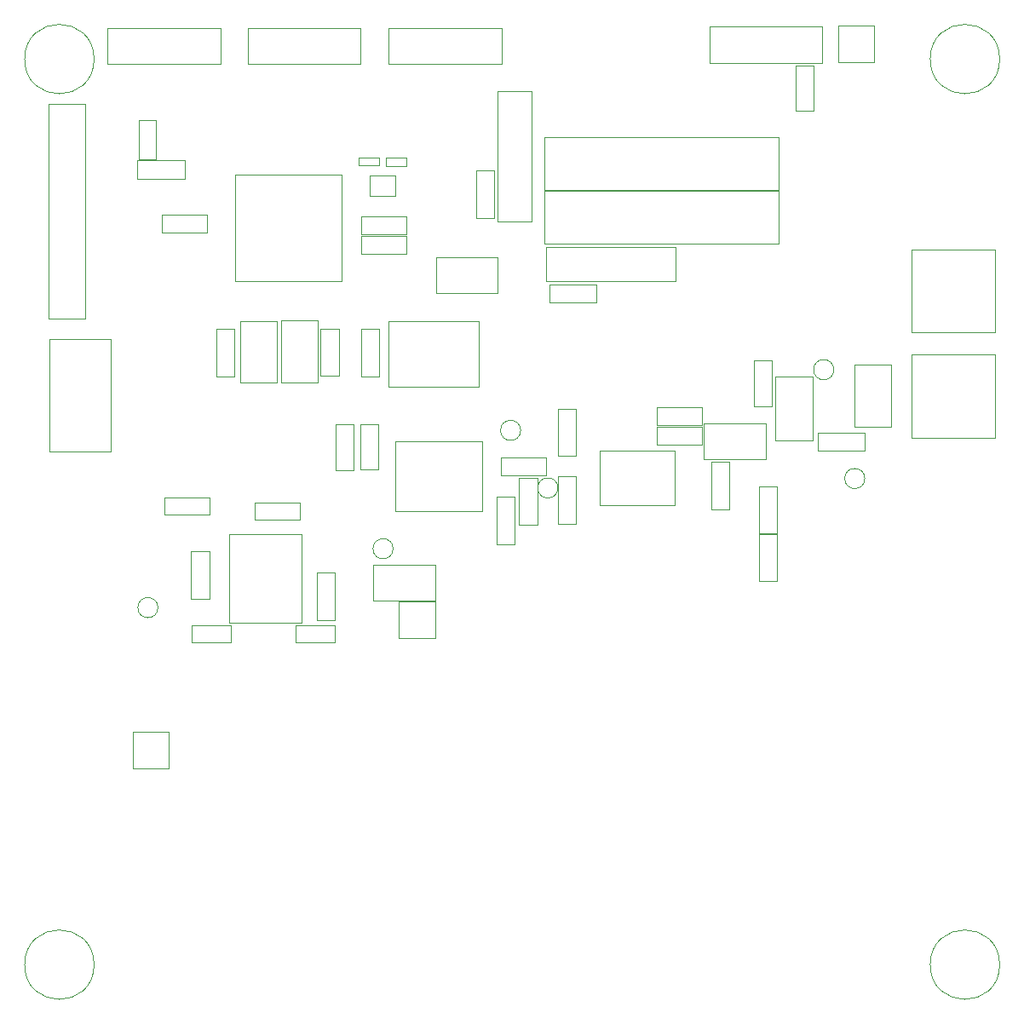
<source format=gbr>
G04 #@! TF.FileFunction,Other,User*
%FSLAX46Y46*%
G04 Gerber Fmt 4.6, Leading zero omitted, Abs format (unit mm)*
G04 Created by KiCad (PCBNEW 4.0.2-stable) date 05/10/2017 12:24:37*
%MOMM*%
G01*
G04 APERTURE LIST*
%ADD10C,0.100000*%
%ADD11C,0.050000*%
G04 APERTURE END LIST*
D10*
D11*
X133555520Y-95103360D02*
X133555520Y-88203360D01*
X124955520Y-95103360D02*
X124955520Y-88203360D01*
X133555520Y-95103360D02*
X124955520Y-95103360D01*
X133555520Y-88203360D02*
X124955520Y-88203360D01*
X135412920Y-89798000D02*
X139912920Y-89798000D01*
X135412920Y-89798000D02*
X135412920Y-91548000D01*
X139912920Y-91548000D02*
X139912920Y-89798000D01*
X139912920Y-91548000D02*
X135412920Y-91548000D01*
X155442480Y-86574520D02*
X150942480Y-86574520D01*
X155442480Y-86574520D02*
X155442480Y-84824520D01*
X150942480Y-84824520D02*
X150942480Y-86574520D01*
X150942480Y-84824520D02*
X155442480Y-84824520D01*
X155442480Y-88499840D02*
X150942480Y-88499840D01*
X155442480Y-88499840D02*
X155442480Y-86749840D01*
X150942480Y-86749840D02*
X150942480Y-88499840D01*
X150942480Y-86749840D02*
X155442480Y-86749840D01*
X162354150Y-80189510D02*
X162354150Y-84689510D01*
X162354150Y-80189510D02*
X160604150Y-80189510D01*
X160604150Y-84689510D02*
X162354150Y-84689510D01*
X160604150Y-84689510D02*
X160604150Y-80189510D01*
X126049600Y-69587000D02*
X121549600Y-69587000D01*
X126049600Y-69587000D02*
X126049600Y-67837000D01*
X121549600Y-67837000D02*
X121549600Y-69587000D01*
X121549600Y-67837000D02*
X126049600Y-67837000D01*
X121549600Y-65861040D02*
X126049600Y-65861040D01*
X121549600Y-65861040D02*
X121549600Y-67611040D01*
X126049600Y-67611040D02*
X126049600Y-65861040D01*
X126049600Y-67611040D02*
X121549600Y-67611040D01*
X106263000Y-67466100D02*
X101763000Y-67466100D01*
X106263000Y-67466100D02*
X106263000Y-65716100D01*
X101763000Y-65716100D02*
X101763000Y-67466100D01*
X101763000Y-65716100D02*
X106263000Y-65716100D01*
X102032240Y-93750240D02*
X106532240Y-93750240D01*
X102032240Y-93750240D02*
X102032240Y-95500240D01*
X106532240Y-95500240D02*
X106532240Y-93750240D01*
X106532240Y-95500240D02*
X102032240Y-95500240D01*
X115488280Y-96013160D02*
X110988280Y-96013160D01*
X115488280Y-96013160D02*
X115488280Y-94263160D01*
X110988280Y-94263160D02*
X110988280Y-96013160D01*
X110988280Y-94263160D02*
X115488280Y-94263160D01*
X123257200Y-86533160D02*
X123257200Y-91033160D01*
X123257200Y-86533160D02*
X121507200Y-86533160D01*
X121507200Y-91033160D02*
X123257200Y-91033160D01*
X121507200Y-91033160D02*
X121507200Y-86533160D01*
X104699520Y-108170080D02*
X104699520Y-106470080D01*
X104699520Y-106470080D02*
X108599520Y-106470080D01*
X108599520Y-106470080D02*
X108599520Y-108170080D01*
X108599520Y-108170080D02*
X104699520Y-108170080D01*
X118911920Y-106459920D02*
X118911920Y-108159920D01*
X118911920Y-108159920D02*
X115011920Y-108159920D01*
X115011920Y-108159920D02*
X115011920Y-106459920D01*
X115011920Y-106459920D02*
X118911920Y-106459920D01*
X113140900Y-82381500D02*
X113140900Y-76231500D01*
X113140900Y-76231500D02*
X109540900Y-76231500D01*
X109540900Y-76231500D02*
X109540900Y-82381500D01*
X109540900Y-82381500D02*
X113140900Y-82381500D01*
X117217600Y-82356100D02*
X117217600Y-76206100D01*
X117217600Y-76206100D02*
X113617600Y-76206100D01*
X113617600Y-76206100D02*
X113617600Y-82356100D01*
X113617600Y-82356100D02*
X117217600Y-82356100D01*
X155629200Y-90009120D02*
X161779200Y-90009120D01*
X161779200Y-90009120D02*
X161779200Y-86409120D01*
X161779200Y-86409120D02*
X155629200Y-86409120D01*
X155629200Y-86409120D02*
X155629200Y-90009120D01*
X174194880Y-86757920D02*
X174194880Y-80607920D01*
X174194880Y-80607920D02*
X170594880Y-80607920D01*
X170594880Y-80607920D02*
X170594880Y-86757920D01*
X170594880Y-86757920D02*
X174194880Y-86757920D01*
X135132220Y-69888960D02*
X128982220Y-69888960D01*
X128982220Y-69888960D02*
X128982220Y-73488960D01*
X128982220Y-73488960D02*
X135132220Y-73488960D01*
X135132220Y-73488960D02*
X135132220Y-69888960D01*
X90516300Y-54638800D02*
X90516300Y-75988800D01*
X90516300Y-75988800D02*
X94116300Y-75988800D01*
X94116300Y-75988800D02*
X94116300Y-54638800D01*
X94116300Y-54638800D02*
X90516300Y-54638800D01*
X121472100Y-47120400D02*
X110272100Y-47120400D01*
X110272100Y-47120400D02*
X110272100Y-50720400D01*
X110272100Y-50720400D02*
X121472100Y-50720400D01*
X121472100Y-50720400D02*
X121472100Y-47120400D01*
X107141440Y-81740240D02*
X107141440Y-77040240D01*
X107141440Y-81740240D02*
X108941440Y-81740240D01*
X108941440Y-77040240D02*
X107141440Y-77040240D01*
X108941440Y-77040240D02*
X108941440Y-81740240D01*
X162896120Y-92666320D02*
X162896120Y-97366320D01*
X162896120Y-92666320D02*
X161096120Y-92666320D01*
X161096120Y-97366320D02*
X162896120Y-97366320D01*
X161096120Y-97366320D02*
X161096120Y-92666320D01*
X162898660Y-97388180D02*
X162898660Y-102088180D01*
X162898660Y-97388180D02*
X161098660Y-97388180D01*
X161098660Y-102088180D02*
X162898660Y-102088180D01*
X161098660Y-102088180D02*
X161098660Y-97388180D01*
X117530040Y-81719920D02*
X117530040Y-77019920D01*
X117530040Y-81719920D02*
X119330040Y-81719920D01*
X119330040Y-77019920D02*
X117530040Y-77019920D01*
X119330040Y-77019920D02*
X119330040Y-81719920D01*
X141136800Y-96411280D02*
X141136800Y-91711280D01*
X141136800Y-96411280D02*
X142936800Y-96411280D01*
X142936800Y-91711280D02*
X141136800Y-91711280D01*
X142936800Y-91711280D02*
X142936800Y-96411280D01*
X141136800Y-89665040D02*
X141136800Y-84965040D01*
X141136800Y-89665040D02*
X142936800Y-89665040D01*
X142936800Y-84965040D02*
X141136800Y-84965040D01*
X142936800Y-84965040D02*
X142936800Y-89665040D01*
X158161560Y-90233000D02*
X158161560Y-94933000D01*
X158161560Y-90233000D02*
X156361560Y-90233000D01*
X156361560Y-94933000D02*
X158161560Y-94933000D01*
X156361560Y-94933000D02*
X156361560Y-90233000D01*
X137265840Y-96533200D02*
X137265840Y-91833200D01*
X137265840Y-96533200D02*
X139065840Y-96533200D01*
X139065840Y-91833200D02*
X137265840Y-91833200D01*
X139065840Y-91833200D02*
X139065840Y-96533200D01*
X136800160Y-93743280D02*
X136800160Y-98443280D01*
X136800160Y-93743280D02*
X135000160Y-93743280D01*
X135000160Y-98443280D02*
X136800160Y-98443280D01*
X135000160Y-98443280D02*
X135000160Y-93743280D01*
X171615600Y-89170080D02*
X166915600Y-89170080D01*
X171615600Y-89170080D02*
X171615600Y-87370080D01*
X166915600Y-87370080D02*
X166915600Y-89170080D01*
X166915600Y-87370080D02*
X171615600Y-87370080D01*
X121561020Y-81727540D02*
X121561020Y-77027540D01*
X121561020Y-81727540D02*
X123361020Y-81727540D01*
X123361020Y-77027540D02*
X121561020Y-77027540D01*
X123361020Y-77027540D02*
X123361020Y-81727540D01*
X106452240Y-99148400D02*
X106452240Y-103848400D01*
X106452240Y-99148400D02*
X104652240Y-99148400D01*
X104652240Y-103848400D02*
X106452240Y-103848400D01*
X104652240Y-103848400D02*
X104652240Y-99148400D01*
X118959200Y-101261680D02*
X118959200Y-105961680D01*
X118959200Y-101261680D02*
X117159200Y-101261680D01*
X117159200Y-105961680D02*
X118959200Y-105961680D01*
X117159200Y-105961680D02*
X117159200Y-101261680D01*
X124260220Y-76295180D02*
X133260220Y-76295180D01*
X133260220Y-76295180D02*
X133260220Y-82795180D01*
X133260220Y-82795180D02*
X124260220Y-82795180D01*
X124260220Y-82795180D02*
X124260220Y-76295180D01*
X145256240Y-89166720D02*
X145256240Y-94566720D01*
X152716240Y-89166720D02*
X152716240Y-94566720D01*
X145256240Y-89166720D02*
X152716240Y-89166720D01*
X145256240Y-94566720D02*
X152716240Y-94566720D01*
X166402630Y-81723630D02*
X162702630Y-81723630D01*
X166402630Y-88123630D02*
X162702630Y-88123630D01*
X166402630Y-81723630D02*
X166402630Y-88123630D01*
X162702630Y-81723630D02*
X162702630Y-88123630D01*
X119625400Y-72292500D02*
X119625400Y-61692500D01*
X109025400Y-72292500D02*
X109025400Y-61692500D01*
X119625400Y-72292500D02*
X109025400Y-72292500D01*
X119625400Y-61692500D02*
X109025400Y-61692500D01*
X168528240Y-81081880D02*
G75*
G03X168528240Y-81081880I-1000000J0D01*
G01*
X137408160Y-87111840D02*
G75*
G03X137408160Y-87111840I-1000000J0D01*
G01*
X171611800Y-91897200D02*
G75*
G03X171611800Y-91897200I-1000000J0D01*
G01*
X141108940Y-92834460D02*
G75*
G03X141108940Y-92834460I-1000000J0D01*
G01*
X124733560Y-98877120D02*
G75*
G03X124733560Y-98877120I-1000000J0D01*
G01*
X128899060Y-100460400D02*
X122749060Y-100460400D01*
X122749060Y-100460400D02*
X122749060Y-104060400D01*
X122749060Y-104060400D02*
X128899060Y-104060400D01*
X128899060Y-104060400D02*
X128899060Y-100460400D01*
X124295760Y-50720400D02*
X135495760Y-50720400D01*
X135495760Y-50720400D02*
X135495760Y-47120400D01*
X135495760Y-47120400D02*
X124295760Y-47120400D01*
X124295760Y-47120400D02*
X124295760Y-50720400D01*
X168950000Y-46900000D02*
X168950000Y-50500000D01*
X168950000Y-50500000D02*
X172550000Y-50500000D01*
X172550000Y-50500000D02*
X172550000Y-46900000D01*
X172550000Y-46900000D02*
X168950000Y-46900000D01*
X125309220Y-107718000D02*
X128909220Y-107718000D01*
X128909220Y-107718000D02*
X128909220Y-104118000D01*
X128909220Y-104118000D02*
X125309220Y-104118000D01*
X125309220Y-104118000D02*
X125309220Y-107718000D01*
X107552900Y-47133100D02*
X96352900Y-47133100D01*
X96352900Y-47133100D02*
X96352900Y-50733100D01*
X96352900Y-50733100D02*
X107552900Y-50733100D01*
X107552900Y-50733100D02*
X107552900Y-47133100D01*
X119013080Y-91038240D02*
X119013080Y-86538240D01*
X119013080Y-91038240D02*
X120763080Y-91038240D01*
X120763080Y-86538240D02*
X119013080Y-86538240D01*
X120763080Y-86538240D02*
X120763080Y-91038240D01*
X115598760Y-106248920D02*
X115598760Y-97448920D01*
X108398760Y-106248920D02*
X115598760Y-106248920D01*
X108398760Y-97448920D02*
X108398760Y-106248920D01*
X115598760Y-97448920D02*
X108398760Y-97448920D01*
X101360480Y-104729280D02*
G75*
G03X101360480Y-104729280I-1000000J0D01*
G01*
X140243060Y-72602520D02*
X144943060Y-72602520D01*
X140243060Y-72602520D02*
X140243060Y-74402520D01*
X144943060Y-74402520D02*
X144943060Y-72602520D01*
X144943060Y-74402520D02*
X140243060Y-74402520D01*
X134752920Y-61287160D02*
X134752920Y-65987160D01*
X134752920Y-61287160D02*
X132952920Y-61287160D01*
X132952920Y-65987160D02*
X134752920Y-65987160D01*
X132952920Y-65987160D02*
X132952920Y-61287160D01*
X139894320Y-68891680D02*
X139894320Y-72291680D01*
X139894320Y-72291680D02*
X152794320Y-72291680D01*
X152794320Y-72291680D02*
X152794320Y-68891680D01*
X152794320Y-68891680D02*
X139894320Y-68891680D01*
X135122180Y-66338440D02*
X138522180Y-66338440D01*
X138522180Y-66338440D02*
X138522180Y-53438440D01*
X138522180Y-53438440D02*
X135122180Y-53438440D01*
X135122180Y-53438440D02*
X135122180Y-66338440D01*
X139786700Y-63338400D02*
X139786700Y-68538400D01*
X139786700Y-68538400D02*
X163036700Y-68538400D01*
X163036700Y-68538400D02*
X163036700Y-63338400D01*
X163036700Y-63338400D02*
X139786700Y-63338400D01*
X163027020Y-63201860D02*
X163027020Y-58001860D01*
X163027020Y-58001860D02*
X139777020Y-58001860D01*
X139777020Y-58001860D02*
X139777020Y-63201860D01*
X139777020Y-63201860D02*
X163027020Y-63201860D01*
X124950000Y-63775000D02*
X124950000Y-61775000D01*
X124950000Y-61775000D02*
X122450000Y-61775000D01*
X122450000Y-63775000D02*
X122450000Y-61775000D01*
X122450000Y-63775000D02*
X124950000Y-63775000D01*
X184540000Y-69110000D02*
X184540000Y-77390000D01*
X184540000Y-69110000D02*
X176260000Y-69110000D01*
X176260000Y-77390000D02*
X184540000Y-77390000D01*
X176260000Y-77390000D02*
X176260000Y-69110000D01*
X184565000Y-79560000D02*
X184565000Y-87840000D01*
X184565000Y-79560000D02*
X176285000Y-79560000D01*
X176285000Y-87840000D02*
X184565000Y-87840000D01*
X176285000Y-87840000D02*
X176285000Y-79560000D01*
X166505000Y-50825000D02*
X166505000Y-55325000D01*
X166505000Y-50825000D02*
X164755000Y-50825000D01*
X164755000Y-55325000D02*
X166505000Y-55325000D01*
X164755000Y-55325000D02*
X164755000Y-50825000D01*
X96700000Y-89200000D02*
X96700000Y-78000000D01*
X96700000Y-78000000D02*
X90550000Y-78000000D01*
X90550000Y-78000000D02*
X90550000Y-89200000D01*
X90550000Y-89200000D02*
X96700000Y-89200000D01*
X156200000Y-50600000D02*
X167400000Y-50600000D01*
X167400000Y-50600000D02*
X167400000Y-47000000D01*
X167400000Y-47000000D02*
X156200000Y-47000000D01*
X156200000Y-47000000D02*
X156200000Y-50600000D01*
X98860000Y-117070000D02*
X98860000Y-120670000D01*
X98860000Y-120670000D02*
X102460000Y-120670000D01*
X102460000Y-120670000D02*
X102460000Y-117070000D01*
X102460000Y-117070000D02*
X98860000Y-117070000D01*
X95013200Y-50212000D02*
G75*
G03X95013200Y-50212000I-3450000J0D01*
G01*
X185013200Y-50212000D02*
G75*
G03X185013200Y-50212000I-3450000J0D01*
G01*
X95013200Y-140212000D02*
G75*
G03X95013200Y-140212000I-3450000J0D01*
G01*
X185013200Y-140212000D02*
G75*
G03X185013200Y-140212000I-3450000J0D01*
G01*
X101160000Y-60200000D02*
X99460000Y-60200000D01*
X99460000Y-60200000D02*
X99460000Y-56300000D01*
X99460000Y-56300000D02*
X101160000Y-56300000D01*
X101160000Y-56300000D02*
X101160000Y-60200000D01*
X99320000Y-60290000D02*
X104020000Y-60290000D01*
X99320000Y-60290000D02*
X99320000Y-62090000D01*
X104020000Y-62090000D02*
X104020000Y-60290000D01*
X104020000Y-62090000D02*
X99320000Y-62090000D01*
X124050000Y-60010000D02*
X126050000Y-60010000D01*
X124050000Y-60010000D02*
X124050000Y-60810000D01*
X126050000Y-60810000D02*
X126050000Y-60010000D01*
X126050000Y-60810000D02*
X124050000Y-60810000D01*
X123350000Y-60800000D02*
X121350000Y-60800000D01*
X123350000Y-60800000D02*
X123350000Y-60000000D01*
X121350000Y-60000000D02*
X121350000Y-60800000D01*
X121350000Y-60000000D02*
X123350000Y-60000000D01*
M02*

</source>
